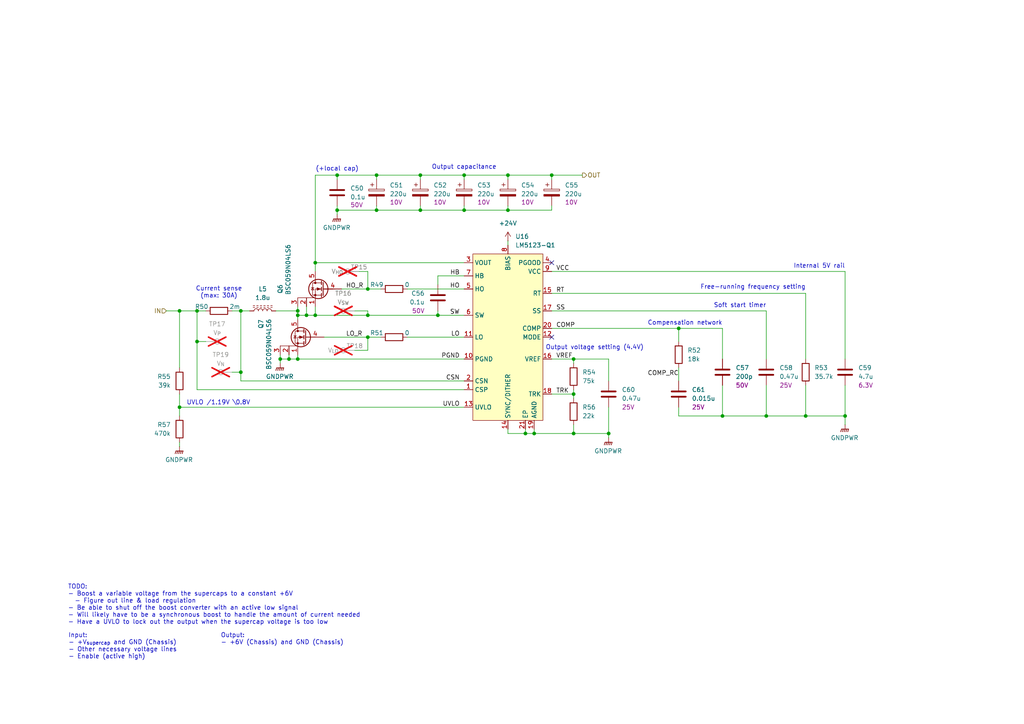
<source format=kicad_sch>
(kicad_sch (version 20250114) (generator "eeschema") (generator_version "9.0")
  (paper "A4")
  (title_block (title "Output Boost (Stage 1)") (date "2025-02-12") (rev "1") (company "UT Robomaster") (comment 1 "Robomaster"))
  (lib_symbols
    (symbol "! Robomaster ICs:LM5123-Q1"
      (property "Reference" "U" (at -10.16 1.27 0))
      (property "Value" "LM5123-Q1" (at -1.27 0 0))
      (symbol "LM5123-Q1_1_1"
        (rectangle (start -10.16 0) (end 10.16 -48.26) (fill (type background)))
        (pin input line (at -12.7 -2.54 0) (length 2.54) (name "VOUT") (number "3"))
        (pin passive line (at -12.7 -6.35 0) (length 2.54) (name "HB") (number "7"))
        (pin output line (at -12.7 -10.16 0) (length 2.54) (name "HO") (number "5"))
        (pin passive line (at -12.7 -17.78 0) (length 2.54) (name "SW") (number "6"))
        (pin output line (at -12.7 -24.13 0) (length 2.54) (name "LO") (number "11"))
        (pin power_in line (at -12.7 -30.48 0) (length 2.54) (name "PGND") (number "10"))
        (pin input line (at -12.7 -36.83 0) (length 2.54) (name "CSN") (number "2"))
        (pin input line (at -12.7 -39.37 0) (length 2.54) (name "CSP") (number "1"))
        (pin input line (at -12.7 -44.45 0) (length 2.54) (name "UVLO") (number "13"))
        (pin passive line (at 0 2.54 270) (length 2.54) (name "BIAS") (number "8"))
        (pin input line (at 0 -50.8 90) (length 2.54) (name "SYNC/DITHER") (number "14"))
        (pin passive line (at 5.08 -50.8 90) (length 2.54) (name "EP") (number "21"))
        (pin power_in line (at 7.62 -50.8 90) (length 2.54) (name "AGND") (number "19"))
        (pin open_collector line (at 12.7 -2.54 180) (length 2.54) (name "PGOOD") (number "4"))
        (pin passive line (at 12.7 -5.08 180) (length 2.54) (name "VCC") (number "9"))
        (pin input line (at 12.7 -11.43 180) (length 2.54) (name "RT") (number "15"))
        (pin bidirectional line (at 12.7 -16.51 180) (length 2.54) (name "SS") (number "17"))
        (pin output line (at 12.7 -21.59 180) (length 2.54) (name "COMP") (number "20"))
        (pin input line (at 12.7 -24.13 180) (length 2.54) (name "MODE") (number "12"))
        (pin bidirectional line (at 12.7 -30.48 180) (length 2.54) (name "VREF") (number "16"))
        (pin input line (at 12.7 -40.64 180) (length 2.54) (name "TRK") (number "18"))
      )
    )
    (symbol "Connector:TestPoint" (pin_numbers (hide yes)) (pin_names (offset 0.762) (hide yes))
      (property "Reference" "TP" (at 0 6.858 0))
      (property "Value" "TestPoint" (at 0 5.08 0))
      (symbol "TestPoint_0_1"
        (circle (center 0 3.302) (radius 0.762))
      )
      (symbol "TestPoint_1_1"
        (pin passive line (at 0 0 90) (length 2.54) (name "1") (number "1"))
      )
    )
    (symbol "Device:C" (pin_numbers (hide yes)) (pin_names (offset 0.254))
      (property "Reference" "C" (at 0.635 2.54 0))
      (property "Value" "C" (at 0.635 -2.54 0))
      (symbol "C_0_1"
        (polyline (pts (xy -2.032 0.762) (xy 2.032 0.762)) (stroke (width 0.508)))
        (polyline (pts (xy -2.032 -0.762) (xy 2.032 -0.762)) (stroke (width 0.508)))
      )
      (symbol "C_1_1"
        (pin passive line (at 0 3.81 270) (length 2.794) (name "~") (number "1"))
        (pin passive line (at 0 -3.81 90) (length 2.794) (name "~") (number "2"))
      )
    )
    (symbol "Device:C_Polarized" (pin_numbers (hide yes)) (pin_names (offset 0.254))
      (property "Reference" "C" (at 0.635 2.54 0))
      (property "Value" "C_Polarized" (at 0.635 -2.54 0))
      (symbol "C_Polarized_0_1"
        (rectangle (start -2.286 0.508) (end 2.286 1.016))
        (polyline (pts (xy -1.778 2.286) (xy -0.762 2.286)))
        (polyline (pts (xy -1.27 2.794) (xy -1.27 1.778)))
        (rectangle (start 2.286 -0.508) (end -2.286 -1.016) (fill (type outline)))
      )
      (symbol "C_Polarized_1_1"
        (pin passive line (at 0 3.81 270) (length 2.794) (name "~") (number "1"))
        (pin passive line (at 0 -3.81 90) (length 2.794) (name "~") (number "2"))
      )
    )
    (symbol "Device:L_Ferrite" (pin_numbers (hide yes)) (pin_names (offset 1.016) (hide yes))
      (property "Reference" "L" (at -1.27 0 90))
      (property "Value" "L_Ferrite" (at 2.794 0 90))
      (symbol "L_Ferrite_0_1"
        (arc (start 0 2.54) (mid 0.6323 1.905) (end 0 1.27))
        (arc (start 0 1.27) (mid 0.6323 0.635) (end 0 0))
        (arc (start 0 0) (mid 0.6323 -0.635) (end 0 -1.27))
        (arc (start 0 -1.27) (mid 0.6323 -1.905) (end 0 -2.54))
        (polyline (pts (xy 1.016 2.286) (xy 1.016 2.794)))
        (polyline (pts (xy 1.016 1.27) (xy 1.016 1.778)))
        (polyline (pts (xy 1.016 0.254) (xy 1.016 0.762)))
        (polyline (pts (xy 1.016 -0.762) (xy 1.016 -0.254)))
        (polyline (pts (xy 1.016 -1.778) (xy 1.016 -1.27)))
        (polyline (pts (xy 1.016 -2.794) (xy 1.016 -2.286)))
        (polyline (pts (xy 1.524 2.794) (xy 1.524 2.286)))
        (polyline (pts (xy 1.524 1.778) (xy 1.524 1.27)))
        (polyline (pts (xy 1.524 0.762) (xy 1.524 0.254)))
        (polyline (pts (xy 1.524 -0.254) (xy 1.524 -0.762)))
        (polyline (pts (xy 1.524 -1.27) (xy 1.524 -1.778)))
        (polyline (pts (xy 1.524 -2.286) (xy 1.524 -2.794)))
      )
      (symbol "L_Ferrite_1_1"
        (pin passive line (at 0 3.81 270) (length 1.27) (name "1") (number "1"))
        (pin passive line (at 0 -3.81 90) (length 1.27) (name "2") (number "2"))
      )
    )
    (symbol "Device:R" (pin_numbers (hide yes)) (pin_names (offset 0))
      (property "Reference" "R" (at 2.032 0 90))
      (property "Value" "R" (at 0 0 90))
      (symbol "R_0_1"
        (rectangle (start -1.016 -2.54) (end 1.016 2.54) (stroke (width 0.254)))
      )
      (symbol "R_1_1"
        (pin passive line (at 0 3.81 270) (length 1.27) (name "~") (number "1"))
        (pin passive line (at 0 -3.81 90) (length 1.27) (name "~") (number "2"))
      )
    )
    (symbol "Transistor_FET:Q_NMOS_SGD" (pin_names (offset 0) (hide yes))
      (property "Reference" "Q4" (at 6.35 1.2701 0))
      (property "Value" "BSC059N04LS6" (at 6.35 -1.2699 0))
      (symbol "Q_NMOS_SGD_0_1"
        (polyline (pts (xy 0.254 1.905) (xy 0.254 -1.905)) (stroke (width 0.254)))
        (polyline (pts (xy 0.254 0) (xy -2.54 0)))
        (polyline (pts (xy 0.762 2.286) (xy 0.762 1.27)) (stroke (width 0.254)))
        (polyline (pts (xy 0.762 0.508) (xy 0.762 -0.508)) (stroke (width 0.254)))
        (polyline (pts (xy 0.762 -1.27) (xy 0.762 -2.286)) (stroke (width 0.254)))
        (polyline (pts (xy 0.762 -1.778) (xy 3.302 -1.778) (xy 3.302 1.778) (xy 0.762 1.778)))
        (polyline (pts (xy 1.016 0) (xy 2.032 0.381) (xy 2.032 -0.381) (xy 1.016 0)) (fill (type outline)))
        (circle (center 1.651 0) (radius 2.794) (stroke (width 0.254)))
        (polyline (pts (xy 2.54 2.54) (xy 2.54 1.778)))
        (circle (center 2.54 1.778) (radius 0.254) (fill (type outline)))
        (circle (center 2.54 -1.778) (radius 0.254) (fill (type outline)))
        (polyline (pts (xy 2.54 -2.54) (xy 2.54 0) (xy 0.762 0)))
        (polyline (pts (xy 2.921 0.381) (xy 3.683 0.381)))
        (polyline (pts (xy 3.302 0.381) (xy 2.921 -0.254) (xy 3.683 -0.254) (xy 3.302 0.381)))
        (polyline (pts (xy 7.62 -2.54) (xy 2.54 -2.54)))
      )
      (symbol "Q_NMOS_SGD_1_1"
        (pin input line (at -5.08 0 0) (length 5.08) (name "G") (number "4"))
        (pin passive line (at 2.54 5.08 270) (length 2.54) (name "D") (number "5"))
        (pin passive line (at 2.54 -5.08 90) (length 2.54) (name "S") (number "1"))
        (pin passive line (at 5.08 -5.08 90) (length 2.54) (name "S") (number "2"))
        (pin passive line (at 7.62 -5.08 90) (length 2.54) (name "S") (number "3"))
      )
    )
    (symbol "power:+24V" (power) (pin_numbers (hide yes)) (pin_names (offset 0) (hide yes))
      (property "Value" "+24V" (at 0 3.556 0))
      (symbol "+24V_0_1"
        (polyline (pts (xy -0.762 1.27) (xy 0 2.54)))
        (polyline (pts (xy 0 2.54) (xy 0.762 1.27)))
        (polyline (pts (xy 0 0) (xy 0 2.54)))
      )
      (symbol "+24V_1_1"
        (pin power_in line (at 0 0 90) (length 0) (name "~") (number "1"))
      )
    )
    (symbol "power:GNDPWR" (power) (pin_numbers (hide yes)) (pin_names (offset 0) (hide yes))
      (property "Value" "GNDPWR" (at 0 -3.302 0))
      (symbol "GNDPWR_0_1"
        (polyline (pts (xy -1.016 -1.27) (xy -1.27 -2.032) (xy -1.27 -2.032)) (stroke (width 0.2032)))
        (polyline (pts (xy -0.508 -1.27) (xy -0.762 -2.032) (xy -0.762 -2.032)) (stroke (width 0.2032)))
        (polyline (pts (xy 0 -1.27) (xy 0 0)))
        (polyline (pts (xy 0 -1.27) (xy -0.254 -2.032) (xy -0.254 -2.032)) (stroke (width 0.2032)))
        (polyline (pts (xy 0.508 -1.27) (xy 0.254 -2.032) (xy 0.254 -2.032)) (stroke (width 0.2032)))
        (polyline (pts (xy 1.016 -1.27) (xy -1.016 -1.27) (xy -1.016 -1.27)) (stroke (width 0.2032)))
        (polyline (pts (xy 1.016 -1.27) (xy 0.762 -2.032) (xy 0.762 -2.032) (xy 0.762 -2.032)) (stroke (width 0.2032)))
      )
      (symbol "GNDPWR_1_1"
        (pin power_in line (at 0 0 270) (length 0) (name "~") (number "1"))
      )
    )
  )
  (text "UVLO /1.19V \\0.8V" (at 54.102 117.602 0) (effects (font (size 1.27 1.27)) (justify left bottom)))
  (text "Output voltage setting (4.4V)" (at 158.242 101.6 0) (effects (font (size 1.27 1.27)) (justify left bottom)))
  (text "Free-running frequency setting" (at 233.68 84.074 0) (effects (font (size 1.27 1.27)) (justify right bottom)))
  (text "Current sense\n(max: 30A)" (at 63.5 86.614 0) (effects (font (size 1.27 1.27)) (justify bottom)))
  (text "Soft start timer" (at 222.25 89.408 0) (effects (font (size 1.27 1.27)) (justify right bottom)))
  (text "Compensation network" (at 209.55 94.488 0) (effects (font (size 1.27 1.27)) (justify right bottom)))
  (text "TODO:\n- Boost a variable voltage from the supercaps to a constant +6V\n  - Figure out line & load regulation\n- Be able to shut off the boost converter with an active low signal\n- Will likely have to be a synchronous boost to handle the amount of current needed\n- Have a UVLO to lock out the output when the supercap voltage is too low" (at 19.685 169.545 0) (effects (font (size 1.27 1.27)) (justify left top)))
  (text "Output:\n- +6V (Chassis) and GND (Chassis)" (at 64.008 183.642 0) (effects (font (size 1.27 1.27)) (justify left top)))
  (text "(+local cap)" (at 97.79 49.784 0) (effects (font (size 1.27 1.27)) (justify bottom)))
  (text "Internal 5V rail" (at 245.11 77.978 0) (effects (font (size 1.27 1.27)) (justify right bottom)))
  (text "Output capacitance" (at 134.62 49.276 0) (effects (font (size 1.27 1.27)) (justify bottom)))
  (text "Input:\n- +V_{supercap} and GND (Chassis)\n- Other necessary voltage lines\n- Enable (active high)" (at 19.812 183.642 0) (effects (font (size 1.27 1.27)) (justify left top)))
  (junction (at 86.36 90.17))
  (junction (at 57.15 99.06))
  (junction (at 69.85 90.17))
  (junction (at 127 91.44))
  (junction (at 88.9 91.44))
  (junction (at 97.79 50.8))
  (junction (at 83.82 104.14))
  (junction (at 134.62 50.8))
  (junction (at 106.68 91.44))
  (junction (at 166.37 114.3))
  (junction (at 109.22 60.96))
  (junction (at 86.36 104.14))
  (junction (at 166.37 104.14))
  (junction (at 109.22 50.8))
  (junction (at 152.4 125.73))
  (junction (at 233.68 120.65))
  (junction (at 86.36 91.44))
  (junction (at 209.55 120.65))
  (junction (at 106.68 97.79))
  (junction (at 81.28 104.14))
  (junction (at 134.62 60.96))
  (junction (at 147.32 60.96))
  (junction (at 57.15 90.17))
  (junction (at 97.79 60.96))
  (junction (at 166.37 125.73))
  (junction (at 52.07 90.17))
  (junction (at 222.25 120.65))
  (junction (at 196.85 95.25))
  (junction (at 106.68 83.82))
  (junction (at 91.44 76.2))
  (junction (at 154.94 125.73))
  (junction (at 176.53 125.73))
  (junction (at 69.85 107.95))
  (junction (at 121.92 50.8))
  (junction (at 160.02 50.8))
  (junction (at 91.44 91.44))
  (junction (at 52.07 118.11))
  (junction (at 121.92 60.96))
  (junction (at 147.32 50.8))
  (junction (at 245.11 120.65))
  (no_connect (at 160.02 76.2))
  (no_connect (at 160.02 97.79))
  (wire (pts (xy 86.36 91.44) (xy 88.9 91.44)))
  (wire (pts (xy 121.92 60.96) (xy 134.62 60.96)))
  (wire (pts (xy 52.07 90.17) (xy 57.15 90.17)))
  (wire (pts (xy 57.15 99.06) (xy 57.15 90.17)))
  (wire (pts (xy 91.44 91.44) (xy 91.44 88.9)))
  (wire (pts (xy 109.22 50.8) (xy 109.22 52.07)))
  (wire (pts (xy 86.36 88.9) (xy 86.36 90.17)))
  (wire (pts (xy 69.85 107.95) (xy 69.85 90.17)))
  (wire (pts (xy 233.68 85.09) (xy 233.68 104.14)))
  (wire (pts (xy 109.22 60.96) (xy 121.92 60.96)))
  (wire (pts (xy 121.92 52.07) (xy 121.92 50.8)))
  (wire (pts (xy 176.53 104.14) (xy 166.37 104.14)))
  (wire (pts (xy 86.36 90.17) (xy 86.36 91.44)))
  (wire (pts (xy 52.07 128.27) (xy 52.07 129.54)))
  (wire (pts (xy 97.79 59.69) (xy 97.79 60.96)))
  (wire (pts (xy 166.37 104.14) (xy 166.37 105.41)))
  (wire (pts (xy 147.32 124.46) (xy 147.32 125.73)))
  (wire (pts (xy 88.9 91.44) (xy 91.44 91.44)))
  (wire (pts (xy 196.85 95.25) (xy 196.85 99.06)))
  (wire (pts (xy 104.14 78.74) (xy 106.68 78.74)))
  (wire (pts (xy 166.37 114.3) (xy 166.37 115.57)))
  (wire (pts (xy 48.26 90.17) (xy 52.07 90.17)))
  (wire (pts (xy 154.94 125.73) (xy 166.37 125.73)))
  (wire (pts (xy 57.15 99.06) (xy 59.69 99.06)))
  (wire (pts (xy 91.44 76.2) (xy 134.62 76.2)))
  (wire (pts (xy 176.53 125.73) (xy 176.53 127)))
  (wire (pts (xy 86.36 91.44) (xy 86.36 92.71)))
  (wire (pts (xy 245.11 111.76) (xy 245.11 120.65)))
  (wire (pts (xy 121.92 50.8) (xy 134.62 50.8)))
  (wire (pts (xy 80.01 90.17) (xy 86.36 90.17)))
  (wire (pts (xy 57.15 113.03) (xy 134.62 113.03)))
  (wire (pts (xy 91.44 91.44) (xy 106.68 91.44)))
  (wire (pts (xy 91.44 50.8) (xy 97.79 50.8)))
  (wire (pts (xy 160.02 50.8) (xy 160.02 52.07)))
  (wire (pts (xy 106.68 78.74) (xy 106.68 83.82)))
  (wire (pts (xy 147.32 50.8) (xy 147.32 52.07)))
  (wire (pts (xy 52.07 90.17) (xy 52.07 106.68)))
  (wire (pts (xy 106.68 101.6) (xy 106.68 97.79)))
  (wire (pts (xy 134.62 60.96) (xy 134.62 59.69)))
  (wire (pts (xy 166.37 113.03) (xy 166.37 114.3)))
  (wire (pts (xy 209.55 95.25) (xy 196.85 95.25)))
  (wire (pts (xy 160.02 50.8) (xy 168.91 50.8)))
  (wire (pts (xy 52.07 118.11) (xy 52.07 120.65)))
  (wire (pts (xy 160.02 85.09) (xy 233.68 85.09)))
  (wire (pts (xy 102.87 101.6) (xy 106.68 101.6)))
  (wire (pts (xy 233.68 111.76) (xy 233.68 120.65)))
  (wire (pts (xy 127 90.17) (xy 127 91.44)))
  (wire (pts (xy 109.22 50.8) (xy 121.92 50.8)))
  (wire (pts (xy 83.82 104.14) (xy 86.36 104.14)))
  (wire (pts (xy 160.02 78.74) (xy 245.11 78.74)))
  (wire (pts (xy 160.02 59.69) (xy 160.02 60.96)))
  (wire (pts (xy 67.31 90.17) (xy 69.85 90.17)))
  (wire (pts (xy 57.15 90.17) (xy 59.69 90.17)))
  (wire (pts (xy 121.92 60.96) (xy 121.92 59.69)))
  (wire (pts (xy 93.98 97.79) (xy 106.68 97.79)))
  (wire (pts (xy 127 91.44) (xy 134.62 91.44)))
  (wire (pts (xy 88.9 88.9) (xy 88.9 91.44)))
  (wire (pts (xy 176.53 110.49) (xy 176.53 104.14)))
  (wire (pts (xy 106.68 83.82) (xy 110.49 83.82)))
  (wire (pts (xy 222.25 120.65) (xy 209.55 120.65)))
  (wire (pts (xy 91.44 76.2) (xy 91.44 78.74)))
  (wire (pts (xy 152.4 124.46) (xy 152.4 125.73)))
  (wire (pts (xy 69.85 110.49) (xy 69.85 107.95)))
  (wire (pts (xy 154.94 124.46) (xy 154.94 125.73)))
  (wire (pts (xy 222.25 120.65) (xy 233.68 120.65)))
  (wire (pts (xy 196.85 106.68) (xy 196.85 110.49)))
  (wire (pts (xy 196.85 118.11) (xy 196.85 120.65)))
  (wire (pts (xy 160.02 90.17) (xy 222.25 90.17)))
  (wire (pts (xy 222.25 111.76) (xy 222.25 120.65)))
  (wire (pts (xy 106.68 90.17) (xy 106.68 91.44)))
  (wire (pts (xy 127 80.01) (xy 127 82.55)))
  (wire (pts (xy 99.06 83.82) (xy 106.68 83.82)))
  (wire (pts (xy 86.36 104.14) (xy 134.62 104.14)))
  (wire (pts (xy 233.68 120.65) (xy 245.11 120.65)))
  (wire (pts (xy 166.37 123.19) (xy 166.37 125.73)))
  (wire (pts (xy 69.85 110.49) (xy 134.62 110.49)))
  (wire (pts (xy 209.55 120.65) (xy 209.55 111.76)))
  (wire (pts (xy 91.44 50.8) (xy 91.44 76.2)))
  (wire (pts (xy 147.32 50.8) (xy 160.02 50.8)))
  (wire (pts (xy 109.22 59.69) (xy 109.22 60.96)))
  (wire (pts (xy 147.32 69.85) (xy 147.32 71.12)))
  (wire (pts (xy 97.79 60.96) (xy 109.22 60.96)))
  (wire (pts (xy 97.79 60.96) (xy 97.79 62.23)))
  (wire (pts (xy 147.32 125.73) (xy 152.4 125.73)))
  (wire (pts (xy 52.07 114.3) (xy 52.07 118.11)))
  (wire (pts (xy 245.11 78.74) (xy 245.11 104.14)))
  (wire (pts (xy 81.28 102.87) (xy 81.28 104.14)))
  (wire (pts (xy 97.79 50.8) (xy 97.79 52.07)))
  (wire (pts (xy 83.82 102.87) (xy 83.82 104.14)))
  (wire (pts (xy 147.32 59.69) (xy 147.32 60.96)))
  (wire (pts (xy 160.02 104.14) (xy 166.37 104.14)))
  (wire (pts (xy 245.11 120.65) (xy 245.11 123.19)))
  (wire (pts (xy 152.4 125.73) (xy 154.94 125.73)))
  (wire (pts (xy 134.62 50.8) (xy 147.32 50.8)))
  (wire (pts (xy 81.28 104.14) (xy 83.82 104.14)))
  (wire (pts (xy 196.85 120.65) (xy 209.55 120.65)))
  (wire (pts (xy 118.11 97.79) (xy 134.62 97.79)))
  (wire (pts (xy 176.53 125.73) (xy 176.53 118.11)))
  (wire (pts (xy 67.31 107.95) (xy 69.85 107.95)))
  (wire (pts (xy 147.32 60.96) (xy 160.02 60.96)))
  (wire (pts (xy 118.11 83.82) (xy 134.62 83.82)))
  (wire (pts (xy 102.87 90.17) (xy 106.68 90.17)))
  (wire (pts (xy 222.25 90.17) (xy 222.25 104.14)))
  (wire (pts (xy 86.36 102.87) (xy 86.36 104.14)))
  (wire (pts (xy 57.15 113.03) (xy 57.15 99.06)))
  (wire (pts (xy 81.28 104.14) (xy 81.28 105.41)))
  (wire (pts (xy 69.85 90.17) (xy 72.39 90.17)))
  (wire (pts (xy 52.07 118.11) (xy 134.62 118.11)))
  (wire (pts (xy 134.62 60.96) (xy 147.32 60.96)))
  (wire (pts (xy 106.68 97.79) (xy 110.49 97.79)))
  (wire (pts (xy 160.02 114.3) (xy 166.37 114.3)))
  (wire (pts (xy 127 80.01) (xy 134.62 80.01)))
  (wire (pts (xy 176.53 125.73) (xy 166.37 125.73)))
  (wire (pts (xy 97.79 50.8) (xy 109.22 50.8)))
  (wire (pts (xy 127 91.44) (xy 106.68 91.44)))
  (wire (pts (xy 134.62 52.07) (xy 134.62 50.8)))
  (wire (pts (xy 209.55 104.14) (xy 209.55 95.25)))
  (wire (pts (xy 160.02 95.25) (xy 196.85 95.25)))
  (label "COMP" (at 161.29 95.25 0))
  (label "PGND" (at 133.35 104.14 180))
  (label "VREF" (at 161.29 104.14 0))
  (label "HO" (at 133.35 83.82 180))
  (label "SS" (at 161.29 90.17 0))
  (label "SW" (at 133.35 91.44 180))
  (label "LO_R" (at 100.33 97.79 0))
  (label "RT" (at 161.29 85.09 0))
  (label "LO" (at 133.35 97.79 180))
  (label "CSN" (at 133.35 110.49 180))
  (label "HB" (at 133.35 80.01 180))
  (label "UVLO" (at 133.35 118.11 180))
  (label "HO_R" (at 100.33 83.82 0))
  (label "COMP_RC" (at 196.85 109.22 180))
  (label "VCC" (at 161.29 78.74 0))
  (label "TRK" (at 161.29 114.3 0))
  (hierarchical_label "IN" (shape input) (at 48.26 90.17 180))
  (hierarchical_label "OUT" (shape output) (at 168.91 50.8 0))
  (symbol (lib_id "Connector:TestPoint") (at 102.87 101.6 90) (unit 1) (dnp yes)
    (property "Reference" "TP18" (at 102.87 100.33 90))
    (property "Value" "V_{LO}" (at 98.298 101.6 90) (effects (justify left)))
    (property "Footprint" "TestPoint:TestPoint_Bridge_Pitch2.0mm_Drill0.7mm" (effects (hide yes)))
    (property "Description" "test point" (effects (hide yes)))
  )
  (symbol (lib_id "Connector:TestPoint") (at 102.87 90.17 90) (unit 1) (dnp yes)
    (property "Reference" "TP16" (at 99.568 85.09 90))
    (property "Value" "V_{SW}" (at 99.568 87.63 90))
    (property "Footprint" "TestPoint:TestPoint_Bridge_Pitch2.0mm_Drill0.7mm" (effects (hide yes)))
    (property "Description" "test point" (effects (hide yes)))
  )
  (symbol (lib_id "Transistor_FET:Q_NMOS_SGD") (at 93.98 83.82 0) (mirror y) (unit 1)
    (property "Reference" "Q6" (at 81.28 83.82 90))
    (property "Value" "BSC059N04LS6" (at 83.566 85.598 90) (effects (justify left)))
    (property "Footprint" "Package_SON:Infineon_PG-TDSON-8_6.15x5.15mm" (effects (hide yes)))
    (property "Datasheet" "https://www.mouser.com/datasheet/2/196/Infineon_BSC059N04LS6_DataSheet_v02_01_EN-3360636.pdf" (effects (hide yes)))
    (property "Description" "N-MOSFET transistor, source/gate/drain" (effects (hide yes)))
    (property "Mouser Part Number" "726-BSC059N04LS6ATMA" (effects (hide yes)))
  )
  (symbol (lib_id "Device:R") (at 52.07 124.46 0) (mirror y) (unit 1)
    (property "Reference" "R57" (at 49.53 123.1899 0) (effects (justify left)))
    (property "Value" "470k" (at 49.53 125.7299 0) (effects (justify left)))
    (property "Footprint" "Resistor_SMD:R_0603_1608Metric_Pad0.98x0.95mm_HandSolder" (effects (hide yes)))
    (property "Description" "Resistor" (effects (hide yes)))
    (property "Mouser Part Number" "660-RN73R1JTD4703B25" (effects (hide yes)))
  )
  (symbol (lib_id "Device:C_Polarized") (at 134.62 55.88 0) (unit 1)
    (property "Reference" "C53" (at 138.43 53.7209 0) (effects (justify left)))
    (property "Value" "220u" (at 138.43 56.2609 0) (effects (justify left)))
    (property "Footprint" "Capacitor_THT:CP_Radial_D6.3mm_P2.50mm" (effects (hide yes)))
    (property "Datasheet" "https://www.mouser.com/datasheet/2/447/KEM_A4067_A750-3316071.pdf" (effects (hide yes)))
    (property "Description" "Polarized capacitor" (effects (hide yes)))
    (property "Mouser Part Number" "80-A750EK227M1AAAE18" (effects (hide yes)))
    (property "Voltage Rating" "10V" (at 138.43 58.674 0) (effects (justify left)))
  )
  (symbol (lib_id "power:GNDPWR") (at 245.11 123.19 0) (unit 1)
    (property "Reference" "#PWR0110" (effects (hide yes)))
    (property "Value" "GNDPWR" (at 244.983 127 0))
    (property "Description" "Power symbol creates a global label with name \"GNDPWR\" , global ground" (effects (hide yes)))
  )
  (symbol (lib_id "Device:C") (at 245.11 107.95 0) (mirror y) (unit 1)
    (property "Reference" "C59" (at 248.92 106.6799 0) (effects (justify right)))
    (property "Value" "4.7u" (at 248.92 109.2199 0) (effects (justify right)))
    (property "Footprint" "Capacitor_SMD:C_0603_1608Metric_Pad1.08x0.95mm_HandSolder" (effects (hide yes)))
    (property "Description" "Unpolarized capacitor" (effects (hide yes)))
    (property "Mouser Part Number" "187-CL10A475KQ8NNWC" (effects (hide yes)))
    (property "Voltage Rating" "6.3V" (at 248.92 111.76 0) (effects (justify right)))
  )
  (symbol (lib_id "Device:C_Polarized") (at 109.22 55.88 0) (unit 1)
    (property "Reference" "C51" (at 113.03 53.7209 0) (effects (justify left)))
    (property "Value" "220u" (at 113.03 56.2609 0) (effects (justify left)))
    (property "Footprint" "Capacitor_THT:CP_Radial_D6.3mm_P2.50mm" (effects (hide yes)))
    (property "Datasheet" "https://www.mouser.com/datasheet/2/447/KEM_A4067_A750-3316071.pdf" (effects (hide yes)))
    (property "Description" "Polarized capacitor" (effects (hide yes)))
    (property "Mouser Part Number" "80-A750EK227M1AAAE18" (effects (hide yes)))
    (property "Voltage Rating" "10V" (at 113.03 58.674 0) (effects (justify left)))
  )
  (symbol (lib_id "power:GNDPWR") (at 176.53 127 0) (unit 1)
    (property "Reference" "#PWR0111" (effects (hide yes)))
    (property "Value" "GNDPWR" (at 176.403 130.81 0))
    (property "Description" "Power symbol creates a global label with name \"GNDPWR\" , global ground" (effects (hide yes)))
  )
  (symbol (lib_id "Device:R") (at 233.68 107.95 0) (unit 1)
    (property "Reference" "R53" (at 236.22 106.6799 0) (effects (justify left)))
    (property "Value" "35.7k" (at 236.22 109.2199 0) (effects (justify left)))
    (property "Footprint" "Resistor_SMD:R_0603_1608Metric_Pad0.98x0.95mm_HandSolder" (effects (hide yes)))
    (property "Description" "Resistor" (effects (hide yes)))
    (property "Mouser Part Number" "603-RC0603FR-0735K7L" (effects (hide yes)))
  )
  (symbol (lib_id "Device:C") (at 209.55 107.95 0) (mirror y) (unit 1)
    (property "Reference" "C57" (at 213.36 106.6799 0) (effects (justify right)))
    (property "Value" "200p" (at 213.36 109.2199 0) (effects (justify right)))
    (property "Footprint" "Capacitor_SMD:C_0603_1608Metric_Pad1.08x0.95mm_HandSolder" (effects (hide yes)))
    (property "Datasheet" "https://www.mouser.com/datasheet/2/585/MLCC-1837944.pdf" (effects (hide yes)))
    (property "Description" "Unpolarized capacitor" (effects (hide yes)))
    (property "Mouser Part Number" "187-CL10C201JB8NNNC" (effects (hide yes)))
    (property "Voltage Rating" "50V" (at 213.36 111.76 0) (effects (justify right)))
  )
  (symbol (lib_id "Connector:TestPoint") (at 67.31 107.95 90) (unit 1) (dnp yes)
    (property "Reference" "TP19" (at 64.008 102.87 90))
    (property "Value" "V_{N}" (at 64.008 105.41 90))
    (property "Footprint" "TestPoint:TestPoint_Bridge_Pitch2.0mm_Drill0.7mm" (effects (hide yes)))
    (property "Description" "test point" (effects (hide yes)))
  )
  (symbol (lib_id "Device:R") (at 52.07 110.49 0) (mirror y) (unit 1)
    (property "Reference" "R55" (at 49.53 109.2199 0) (effects (justify left)))
    (property "Value" "39k" (at 49.53 111.7599 0) (effects (justify left)))
    (property "Footprint" "Resistor_SMD:R_0603_1608Metric_Pad0.98x0.95mm_HandSolder" (effects (hide yes)))
    (property "Description" "Resistor" (effects (hide yes)))
    (property "Mouser Part Number" "603-RC0603FR-1339KL" (effects (hide yes)))
  )
  (symbol (lib_id "Device:R") (at 114.3 83.82 90) (unit 1)
    (property "Reference" "R49" (at 111.252 83.312 90) (effects (justify left top)))
    (property "Value" "0" (at 117.348 83.312 90) (effects (justify right top)))
    (property "Footprint" "Resistor_SMD:R_0603_1608Metric_Pad0.98x0.95mm_HandSolder" (effects (hide yes)))
    (property "Description" "Resistor" (effects (hide yes)))
    (property "Mouser Part Number" "660-RK73Z1JTTDD" (effects (hide yes)))
  )
  (symbol (lib_id "Device:R") (at 114.3 97.79 90) (unit 1)
    (property "Reference" "R51" (at 111.252 97.282 90) (effects (justify left top)))
    (property "Value" "0" (at 117.348 97.282 90) (effects (justify right top)))
    (property "Footprint" "Resistor_SMD:R_0603_1608Metric_Pad0.98x0.95mm_HandSolder" (effects (hide yes)))
    (property "Description" "Resistor" (effects (hide yes)))
    (property "Mouser Part Number" "660-RK73Z1JTTDD" (effects (hide yes)))
  )
  (symbol (lib_id "Connector:TestPoint") (at 59.69 99.06 270) (mirror x) (unit 1) (dnp yes)
    (property "Reference" "TP17" (at 62.992 93.98 90))
    (property "Value" "V_{P}" (at 62.992 96.52 90))
    (property "Footprint" "TestPoint:TestPoint_Bridge_Pitch2.0mm_Drill0.7mm" (effects (hide yes)))
    (property "Description" "test point" (effects (hide yes)))
  )
  (symbol (lib_id "Device:C_Polarized") (at 160.02 55.88 0) (unit 1)
    (property "Reference" "C55" (at 163.83 53.7209 0) (effects (justify left)))
    (property "Value" "220u" (at 163.83 56.2609 0) (effects (justify left)))
    (property "Footprint" "Capacitor_THT:CP_Radial_D6.3mm_P2.50mm" (effects (hide yes)))
    (property "Datasheet" "https://www.mouser.com/datasheet/2/447/KEM_A4067_A750-3316071.pdf" (effects (hide yes)))
    (property "Description" "Polarized capacitor" (effects (hide yes)))
    (property "Mouser Part Number" "80-A750EK227M1AAAE18" (effects (hide yes)))
    (property "Voltage Rating" "10V" (at 163.83 58.674 0) (effects (justify left)))
  )
  (symbol (lib_id "! Robomaster ICs:LM5123-Q1") (at 147.32 73.66 0) (unit 1)
    (property "Reference" "U16" (at 149.4633 68.58 0) (effects (justify left)))
    (property "Value" "LM5123-Q1" (at 149.4633 71.12 0) (effects (justify left)))
    (property "Footprint" "Package_DFN_QFN:Texas_RGP0020H_VQFN-20-1EP_4x4mm_P0.5mm_EP2.4x2.4mm" (effects (hide yes)))
    (property "Datasheet" "https://www.ti.com/lit/ds/symlink/lm5123-q1.pdf" (effects (hide yes)))
    (property "Description" "2.2MHz wide VIN low IQ synchronous boost controller" (effects (hide yes)))
    (property "Mouser Part Number" "595-LM51231QRGRRQ1" (effects (hide yes)))
  )
  (symbol (lib_id "Device:R") (at 63.5 90.17 90) (unit 1)
    (property "Reference" "R50" (at 60.452 89.662 90) (effects (justify left top)))
    (property "Value" "2m" (at 66.548 89.662 90) (effects (justify right top)))
    (property "Footprint" "Resistor_SMD:R_2512_6332Metric_Pad1.40x3.35mm_HandSolder" (effects (hide yes)))
    (property "Datasheet" "https://www.mouser.com/datasheet/2/54/crf-937137.pdf" (effects (hide yes)))
    (property "Description" "Resistor" (effects (hide yes)))
    (property "Mouser Part Number" "652-CRF2512FZR002ELF" (effects (hide yes)))
  )
  (symbol (lib_id "Device:C") (at 222.25 107.95 0) (mirror y) (unit 1)
    (property "Reference" "C58" (at 226.06 106.6799 0) (effects (justify right)))
    (property "Value" "0.47u" (at 226.06 109.2199 0) (effects (justify right)))
    (property "Footprint" "Capacitor_SMD:C_0603_1608Metric_Pad1.08x0.95mm_HandSolder" (effects (hide yes)))
    (property "Description" "Unpolarized capacitor" (effects (hide yes)))
    (property "Mouser Part Number" "710-885012106020" (effects (hide yes)))
    (property "Voltage Rating" "25V" (at 226.06 111.76 0) (effects (justify right)))
  )
  (symbol (lib_id "Device:C") (at 196.85 114.3 0) (mirror y) (unit 1)
    (property "Reference" "C61" (at 200.66 113.0299 0) (effects (justify right)))
    (property "Value" "0.015u" (at 200.66 115.5699 0) (effects (justify right)))
    (property "Footprint" "Capacitor_SMD:C_0603_1608Metric_Pad1.08x0.95mm_HandSolder" (effects (hide yes)))
    (property "Description" "Unpolarized capacitor" (effects (hide yes)))
    (property "Mouser Part Number" "77-VJ0603Y153KXXCBC" (effects (hide yes)))
    (property "Voltage Rating" "25V" (at 200.66 118.11 0) (effects (justify right)))
  )
  (symbol (lib_id "Device:R") (at 166.37 119.38 0) (unit 1)
    (property "Reference" "R56" (at 168.91 118.1099 0) (effects (justify left)))
    (property "Value" "22k" (at 168.91 120.6499 0) (effects (justify left)))
    (property "Footprint" "Resistor_SMD:R_0603_1608Metric_Pad0.98x0.95mm_HandSolder" (effects (hide yes)))
    (property "Description" "Resistor" (effects (hide yes)))
    (property "Mouser Part Number" "71-CRCW0603-22K-E3" (effects (hide yes)))
  )
  (symbol (lib_id "Device:C_Polarized") (at 121.92 55.88 0) (unit 1)
    (property "Reference" "C52" (at 125.73 53.7209 0) (effects (justify left)))
    (property "Value" "220u" (at 125.73 56.2609 0) (effects (justify left)))
    (property "Footprint" "Capacitor_THT:CP_Radial_D6.3mm_P2.50mm" (effects (hide yes)))
    (property "Datasheet" "https://www.mouser.com/datasheet/2/447/KEM_A4067_A750-3316071.pdf" (effects (hide yes)))
    (property "Description" "Polarized capacitor" (effects (hide yes)))
    (property "Mouser Part Number" "80-A750EK227M1AAAE18" (effects (hide yes)))
    (property "Voltage Rating" "10V" (at 125.73 58.674 0) (effects (justify left)))
  )
  (symbol (lib_id "Device:R") (at 196.85 102.87 0) (unit 1)
    (property "Reference" "R52" (at 199.39 101.5999 0) (effects (justify left)))
    (property "Value" "18k" (at 199.39 104.1399 0) (effects (justify left)))
    (property "Footprint" "Resistor_SMD:R_0603_1608Metric_Pad0.98x0.95mm_HandSolder" (effects (hide yes)))
    (property "Description" "Resistor" (effects (hide yes)))
    (property "Mouser Part Number" "603-RT0603FRE1318KL" (effects (hide yes)))
  )
  (symbol (lib_id "Connector:TestPoint") (at 104.14 78.74 90) (unit 1) (dnp yes)
    (property "Reference" "TP15" (at 104.14 77.47 90))
    (property "Value" "V_{HO}" (at 99.568 78.74 90) (effects (justify left)))
    (property "Footprint" "TestPoint:TestPoint_Bridge_Pitch2.0mm_Drill0.7mm" (effects (hide yes)))
    (property "Description" "test point" (effects (hide yes)))
  )
  (symbol (lib_id "Transistor_FET:Q_NMOS_SGD") (at 88.9 97.79 0) (mirror y) (unit 1)
    (property "Reference" "Q7" (at 75.692 93.98 90))
    (property "Value" "BSC059N04LS6" (at 77.978 92.456 90) (effects (justify right)))
    (property "Footprint" "Package_SON:Infineon_PG-TDSON-8_6.15x5.15mm" (effects (hide yes)))
    (property "Datasheet" "https://www.mouser.com/datasheet/2/196/Infineon_BSC059N04LS6_DataSheet_v02_01_EN-3360636.pdf" (effects (hide yes)))
    (property "Description" "N-MOSFET transistor, source/gate/drain" (effects (hide yes)))
    (property "Mouser Part Number" "726-BSC059N04LS6ATMA" (effects (hide yes)))
  )
  (symbol (lib_id "power:GNDPWR") (at 81.28 105.41 0) (unit 1)
    (property "Reference" "#PWR0109" (effects (hide yes)))
    (property "Value" "GNDPWR" (at 81.153 109.22 0))
    (property "Description" "Power symbol creates a global label with name \"GNDPWR\" , global ground" (effects (hide yes)))
  )
  (symbol (lib_id "Device:C") (at 176.53 114.3 0) (mirror y) (unit 1)
    (property "Reference" "C60" (at 180.34 113.0299 0) (effects (justify right)))
    (property "Value" "0.47u" (at 180.34 115.5699 0) (effects (justify right)))
    (property "Footprint" "Capacitor_SMD:C_0603_1608Metric_Pad1.08x0.95mm_HandSolder" (effects (hide yes)))
    (property "Description" "Unpolarized capacitor" (effects (hide yes)))
    (property "Mouser Part Number" "710-885012106020" (effects (hide yes)))
    (property "Voltage Rating" "25V" (at 180.34 118.11 0) (effects (justify right)))
  )
  (symbol (lib_id "Device:L_Ferrite") (at 76.2 90.17 90) (unit 1)
    (property "Reference" "L5" (at 76.2 83.82 90))
    (property "Value" "1.8u" (at 76.2 86.36 90))
    (property "Footprint" "Inductor_SMD:L_Bourns_SRP1245A" (effects (hide yes)))
    (property "Datasheet" "https://www.mouser.com/datasheet/2/54/srn8040ta-1391519.pdf" (effects (hide yes)))
    (property "Description" "Inductor with ferrite core" (effects (hide yes)))
    (property "Mouser Part Number" "652-SRP1265A-1R8M" (effects (hide yes)))
  )
  (symbol (lib_id "Device:C") (at 127 86.36 0) (unit 1)
    (property "Reference" "C56" (at 123.19 85.0899 0) (effects (justify right)))
    (property "Value" "0.1u" (at 123.19 87.6299 0) (effects (justify right)))
    (property "Footprint" "Capacitor_SMD:C_0603_1608Metric_Pad1.08x0.95mm_HandSolder" (effects (hide yes)))
    (property "Datasheet" "https://www.mouser.com/datasheet/2/40/KGM_X7R-3223212.pdf" (effects (hide yes)))
    (property "Description" "Unpolarized capacitor" (effects (hide yes)))
    (property "Mouser Part Number" "581-KGM15BR71H104JT" (effects (hide yes)))
    (property "Voltage Rating" "50V" (at 123.19 90.17 0) (effects (justify right)))
  )
  (symbol (lib_id "power:GNDPWR") (at 52.07 129.54 0) (unit 1)
    (property "Reference" "#PWR0112" (effects (hide yes)))
    (property "Value" "GNDPWR" (at 51.943 133.35 0))
    (property "Description" "Power symbol creates a global label with name \"GNDPWR\" , global ground" (effects (hide yes)))
  )
  (symbol (lib_id "power:GNDPWR") (at 97.79 62.23 0) (unit 1)
    (property "Reference" "#PWR0107" (effects (hide yes)))
    (property "Value" "GNDPWR" (at 97.663 66.04 0))
    (property "Description" "Power symbol creates a global label with name \"GNDPWR\" , global ground" (effects (hide yes)))
  )
  (symbol (lib_id "Device:R") (at 166.37 109.22 0) (unit 1)
    (property "Reference" "R54" (at 168.91 107.9499 0) (effects (justify left)))
    (property "Value" "75k" (at 168.91 110.4899 0) (effects (justify left)))
    (property "Footprint" "Resistor_SMD:R_0603_1608Metric_Pad0.98x0.95mm_HandSolder" (effects (hide yes)))
    (property "Description" "Resistor" (effects (hide yes)))
    (property "Mouser Part Number" "03-AC0603FR-1075KL" (effects (hide yes)))
  )
  (symbol (lib_id "power:+24V") (at 147.32 69.85 0) (unit 1)
    (property "Reference" "#PWR0108" (effects (hide yes)))
    (property "Value" "+24V" (at 147.32 64.77 0))
    (property "Description" "Power symbol creates a global label with name \"+24V\"" (effects (hide yes)))
  )
  (symbol (lib_id "Device:C") (at 97.79 55.88 0) (mirror y) (unit 1)
    (property "Reference" "C50" (at 101.6 54.6099 0) (effects (justify right)))
    (property "Value" "0.1u" (at 101.6 57.1499 0) (effects (justify right)))
    (property "Footprint" "Capacitor_SMD:C_0603_1608Metric_Pad1.08x0.95mm_HandSolder" (effects (hide yes)))
    (property "Datasheet" "https://www.mouser.com/datasheet/2/40/KGM_X7R-3223212.pdf" (effects (hide yes)))
    (property "Description" "Unpolarized capacitor" (effects (hide yes)))
    (property "Mouser Part Number" "581-KGM15BR71H104JT" (effects (hide yes)))
    (property "Voltage Rating" "50V" (at 101.6 59.436 0) (effects (justify right)))
  )
  (symbol (lib_id "Device:C_Polarized") (at 147.32 55.88 0) (unit 1)
    (property "Reference" "C54" (at 151.13 53.7209 0) (effects (justify left)))
    (property "Value" "220u" (at 151.13 56.2609 0) (effects (justify left)))
    (property "Footprint" "Capacitor_THT:CP_Radial_D6.3mm_P2.50mm" (effects (hide yes)))
    (property "Datasheet" "https://www.mouser.com/datasheet/2/447/KEM_A4067_A750-3316071.pdf" (effects (hide yes)))
    (property "Description" "Polarized capacitor" (effects (hide yes)))
    (property "Mouser Part Number" "80-A750EK227M1AAAE18" (effects (hide yes)))
    (property "Voltage Rating" "10V" (at 151.13 58.674 0) (effects (justify left)))
  )
)
</source>
